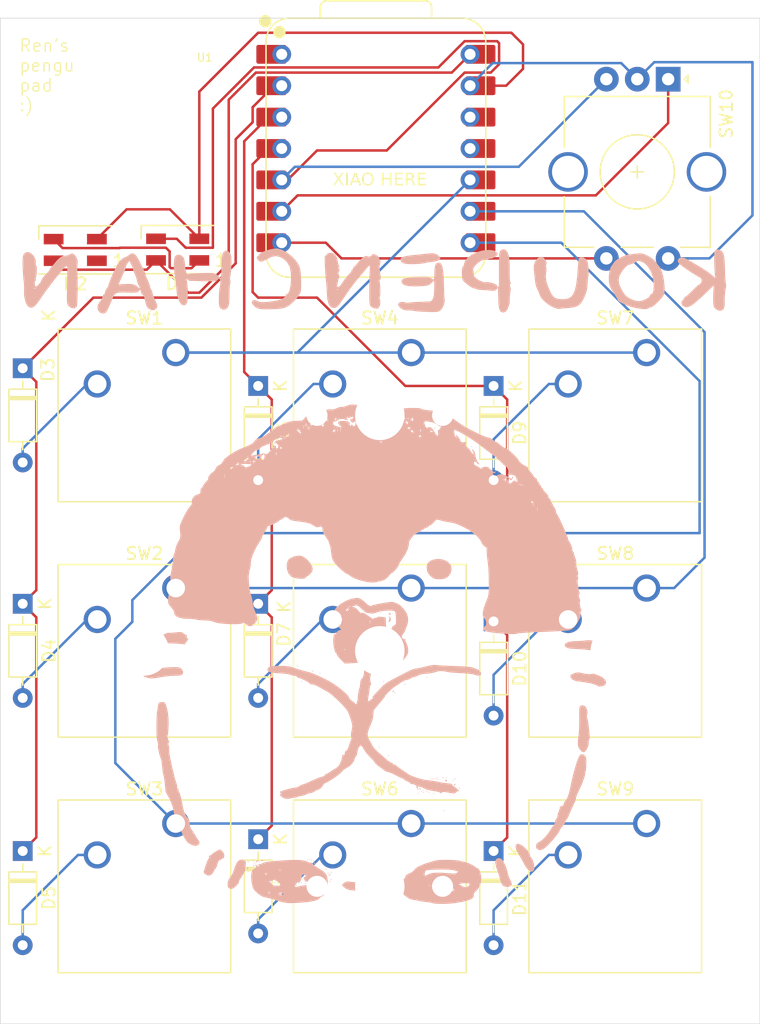
<source format=kicad_pcb>
(kicad_pcb (version 20240108) (generator "pcbnew") (generator_version "8.0")
  (layers (0 "F.Cu" signal) (31 "B.Cu" signal) (34 "B.Paste" user) (35 "F.Paste" user) (36 "B.SilkS" user "B.Silkscreen") (37 "F.SilkS" user "F.Silkscreen") (38 "B.Mask" user) (39 "F.Mask" user) (44 "Edge.Cuts" user))
  (net 0 "")
  (net 1 "GND")
  (net 2 "Net-(D1-DOUT)")
  (net 3 "+5V")
  (net 4 "Net-(D1-DIN)")
  (net 6 "Net-(D3-K)")
  (net 7 "Net-(D3-A)")
  (net 8 "Net-(D4-A)")
  (net 9 "Net-(D5-A)")
  (net 10 "Net-(D6-K)")
  (net 11 "Net-(D6-A)")
  (net 12 "Net-(D7-A)")
  (net 13 "Net-(D8-A)")
  (net 14 "Net-(D9-A)")
  (net 15 "Net-(D10-K)")
  (net 16 "Net-(D10-A)")
  (net 17 "Net-(D11-A)")
  (net 18 "Net-(U1-GPIO4{slash}MISO)")
  (net 19 "Net-(U1-GPIO2{slash}SCK)")
  (net 20 "Net-(U1-GPIO1{slash}RX)")
  (net 21 "Net-(U1-GPIO7{slash}SCL)")
  (net 22 "Net-(U1-GPIO0{slash}TX)")
  (net 23 "unconnected-(U1-3V3-Pad12)")
  (footprint "Diode_THT:D_DO-35_SOD27_P7.62mm_Horizontal" (layer "F.Cu") (at 114.3 128.555634 -90)
    (property "Reference" "D5" (at 3.81 -2.12 90) (layer "F.SilkS"))
    (property "Value" "D")
    (fp_text user "K" (at 0 -1.8 90) (layer "F.SilkS"))
    (pad "1" thru_hole rect (at 0 0 270) (size 1.6 1.6) (drill 0.8) (layers "*.Cu" "*.Mask") (net 6 "Net-(D3-K)"))
    (pad "2" thru_hole oval (at 7.62 0 270) (size 1.6 1.6) (drill 0.8) (layers "*.Cu" "*.Mask") (net 9 "Net-(D5-A)"))
  )
  (footprint "Diode_THT:D_DO-35_SOD27_P7.62mm_Horizontal" (layer "F.Cu") (at 114.3 89.503134 -90)
    (property "Reference" "D3" (at 0.128945 -2.043298 90) (layer "F.SilkS"))
    (property "Value" "D")
    (fp_text user "K" (at -4.28625 -2.1175 90) (layer "F.SilkS"))
    (pad "1" thru_hole rect (at 0 0 270) (size 1.6 1.6) (drill 0.8) (layers "*.Cu" "*.Mask") (net 6 "Net-(D3-K)"))
    (pad "2" thru_hole oval (at 7.62 0 270) (size 1.6 1.6) (drill 0.8) (layers "*.Cu" "*.Mask") (net 7 "Net-(D3-A)"))
  )
  (footprint "Rotary_Encoder:RotaryEncoder_Alps_EC11E-Switch_Vertical_H20mm_CircularMountingHoles" (layer "F.Cu") (at 166.524655 66.113421 -90)
    (property "Reference" "SW10" (at 2.8 -4.7 90) (layer "F.SilkS"))
    (property "Value" "RotaryEncoder_Switch")
    (pad "A" thru_hole rect (at 0 0 270) (size 2 2) (drill 1) (layers "*.Cu" "*.Mask") (net 21 "Net-(U1-GPIO7{slash}SCL)"))
    (pad "B" thru_hole circle (at 0 5 270) (size 2 2) (drill 1) (layers "*.Cu" "*.Mask") (net 4 "Net-(D1-DIN)"))
    (pad "C" thru_hole circle (at 0 2.5 270) (size 2 2) (drill 1) (layers "*.Cu" "*.Mask") (net 1 "GND"))
    (pad "MP" thru_hole circle (at 7.5 -3.1 270) (size 3.2 3.2) (drill 2.6) (layers "*.Cu" "*.Mask"))
    (pad "MP" thru_hole circle (at 7.5 8.1 270) (size 3.2 3.2) (drill 2.6) (layers "*.Cu" "*.Mask"))
    (pad "S1" thru_hole circle (at 14.5 5 270) (size 2 2) (drill 1) (layers "*.Cu" "*.Mask") (net 22 "Net-(U1-GPIO0{slash}TX)"))
    (pad "S2" thru_hole circle (at 14.5 0 270) (size 2 2) (drill 1) (layers "*.Cu" "*.Mask") (net 1 "GND"))
  )
  (footprint "Button_Switch_Keyboard:SW_Cherry_MX_1.00u_PCB" (layer "F.Cu") (at 164.7825 107.283134)
    (property "Reference" "SW8" (at -2.54 -2.794 0) (layer "F.SilkS"))
    (property "Value" "SW_Push")
    (pad "" np_thru_hole circle (at -7.62 5.08) (size 1.7 1.7) (drill 1.7) (layers "*.Cu" "*.Mask"))
    (pad "" np_thru_hole circle (at -2.54 5.08) (size 4 4) (drill 4) (layers "*.Cu" "*.Mask"))
    (pad "" np_thru_hole circle (at 2.54 5.08) (size 1.7 1.7) (drill 1.7) (layers "*.Cu" "*.Mask"))
    (pad "1" thru_hole circle (at 0 0) (size 2.2 2.2) (drill 1.5) (layers "*.Cu" "*.Mask") (net 19 "Net-(U1-GPIO2{slash}SCK)"))
    (pad "2" thru_hole circle (at -6.35 2.54) (size 2.2 2.2) (drill 1.5) (layers "*.Cu" "*.Mask") (net 16 "Net-(D10-A)"))
  )
  (footprint "OPL:XIAO-RP2040-DIP" (layer "F.Cu") (at 142.875 71.723134)
    (property "Reference" "U1" (at -13.844022 -7.358818 0) (layer "F.SilkS") (effects (font (size 0.635 0.635) (thickness 0.1016))))
    (property "Value" "XIAO-RP2040-DIP")
    (pad "1" smd roundrect (at -8.455 -7.62 180) (size 2.432 1.524) (layers "F.Cu" "F.Mask") (roundrect_rratio 0.1))
    (pad "1" thru_hole circle (at -7.62 -7.62 180) (size 1.524 1.524) (drill 0.889) (layers "*.Cu" "*.Mask"))
    (pad "2" smd roundrect (at -8.455 -5.08 180) (size 2.432 1.524) (layers "F.Cu" "F.Mask") (roundrect_rratio 0.1) (net 6 "Net-(D3-K)"))
    (pad "2" thru_hole circle (at -7.62 -5.08 180) (size 1.524 1.524) (drill 0.889) (layers "*.Cu" "*.Mask") (net 6 "Net-(D3-K)"))
    (pad "3" smd roundrect (at -8.455 -2.54 180) (size 2.432 1.524) (layers "F.Cu" "F.Mask") (roundrect_rratio 0.1) (net 10 "Net-(D6-K)"))
    (pad "3" thru_hole circle (at -7.62 -2.54 180) (size 1.524 1.524) (drill 0.889) (layers "*.Cu" "*.Mask") (net 10 "Net-(D6-K)"))
    (pad "4" smd roundrect (at -8.455 0 180) (size 2.432 1.524) (layers "F.Cu" "F.Mask") (roundrect_rratio 0.1) (net 15 "Net-(D10-K)"))
    (pad "4" thru_hole circle (at -7.62 0 180) (size 1.524 1.524) (drill 0.889) (layers "*.Cu" "*.Mask") (net 15 "Net-(D10-K)"))
    (pad "5" smd roundrect (at -8.455 2.54 180) (size 2.432 1.524) (layers "F.Cu" "F.Mask") (roundrect_rratio 0.1) (net 4 "Net-(D1-DIN)"))
    (pad "5" thru_hole circle (at -7.62 2.54 180) (size 1.524 1.524) (drill 0.889) (layers "*.Cu" "*.Mask") (net 4 "Net-(D1-DIN)"))
    (pad "6" smd roundrect (at -8.455 5.08 180) (size 2.432 1.524) (layers "F.Cu" "F.Mask") (roundrect_rratio 0.1) (net 21 "Net-(U1-GPIO7{slash}SCL)"))
    (pad "6" thru_hole circle (at -7.62 5.08 180) (size 1.524 1.524) (drill 0.889) (layers "*.Cu" "*.Mask") (net 21 "Net-(U1-GPIO7{slash}SCL)"))
    (pad "7" smd roundrect (at -8.455 7.62 180) (size 2.432 1.524) (layers "F.Cu" "F.Mask") (roundrect_rratio 0.1) (net 22 "Net-(U1-GPIO0{slash}TX)"))
    (pad "7" thru_hole circle (at -7.62 7.62 180) (size 1.524 1.524) (drill 0.889) (layers "*.Cu" "*.Mask") (net 22 "Net-(U1-GPIO0{slash}TX)"))
    (pad "8" thru_hole circle (at 7.62 7.62) (size 1.524 1.524) (drill 0.889) (layers "*.Cu" "*.Mask") (net 20 "Net-(U1-GPIO1{slash}RX)"))
    (pad "8" smd roundrect (at 8.455 7.62) (size 2.432 1.524) (layers "F.Cu" "F.Mask") (roundrect_rratio 0.1) (net 20 "Net-(U1-GPIO1{slash}RX)"))
    (pad "9" thru_hole circle (at 7.62 5.08) (size 1.524 1.524) (drill 0.889) (layers "*.Cu" "*.Mask") (net 19 "Net-(U1-GPIO2{slash}SCK)"))
    (pad "9" smd roundrect (at 8.455 5.08) (size 2.432 1.524) (layers "F.Cu" "F.Mask") (roundrect_rratio 0.1) (net 19 "Net-(U1-GPIO2{slash}SCK)"))
    (pad "10" thru_hole circle (at 7.62 2.54) (size 1.524 1.524) (drill 0.889) (layers "*.Cu" "*.Mask") (net 18 "Net-(U1-GPIO4{slash}MISO)"))
    (pad "10" smd roundrect (at 8.455 2.54) (size 2.432 1.524) (layers "F.Cu" "F.Mask") (roundrect_rratio 0.1) (net 18 "Net-(U1-GPIO4{slash}MISO)"))
    (pad "11" thru_hole circle (at 7.62 0) (size 1.524 1.524) (drill 0.889) (layers "*.Cu" "*.Mask"))
    (pad "11" smd roundrect (at 8.455 0) (size 2.432 1.524) (layers "F.Cu" "F.Mask") (roundrect_rratio 0.1))
    (pad "12" thru_hole circle (at 7.62 -2.54) (size 1.524 1.524) (drill 0.889) (layers "*.Cu" "*.Mask") (net 23 "unconnected-(U1-3V3-Pad12)"))
    (pad "12" smd roundrect (at 8.455 -2.54) (size 2.432 1.524) (layers "F.Cu" "F.Mask") (roundrect_rratio 0.1) (net 23 "unconnected-(U1-3V3-Pad12)"))
    (pad "13" thru_hole circle (at 7.62 -5.08) (size 1.524 1.524) (drill 0.889) (layers "*.Cu" "*.Mask") (net 1 "GND"))
    (pad "13" smd roundrect (at 8.455 -5.08) (size 2.432 1.524) (layers "F.Cu" "F.Mask") (roundrect_rratio 0.1) (net 1 "GND"))
    (pad "14" thru_hole circle (at 7.62 -7.62) (size 1.524 1.524) (drill 0.889) (layers "*.Cu" "*.Mask") (net 3 "+5V"))
    (pad "14" smd roundrect (at 8.455 -7.62) (size 2.432 1.524) (layers "F.Cu" "F.Mask") (roundrect_rratio 0.1) (net 3 "+5V"))
  )
  (footprint "Button_Switch_Keyboard:SW_Cherry_MX_1.00u_PCB" (layer "F.Cu") (at 126.6825 88.233134)
    (property "Reference" "SW1" (at -2.54 -2.794 0) (layer "F.SilkS"))
    (property "Value" "SW_Push")
    (pad "" np_thru_hole circle (at -7.62 5.08) (size 1.7 1.7) (drill 1.7) (layers "*.Cu" "*.Mask"))
    (pad "" np_thru_hole circle (at -2.54 5.08) (size 4 4) (drill 4) (layers "*.Cu" "*.Mask"))
    (pad "" np_thru_hole circle (at 2.54 5.08) (size 1.7 1.7) (drill 1.7) (layers "*.Cu" "*.Mask"))
    (pad "1" thru_hole circle (at 0 0) (size 2.2 2.2) (drill 1.5) (layers "*.Cu" "*.Mask") (net 18 "Net-(U1-GPIO4{slash}MISO)"))
    (pad "2" thru_hole circle (at -6.35 2.54) (size 2.2 2.2) (drill 1.5) (layers "*.Cu" "*.Mask") (net 7 "Net-(D3-A)"))
  )
  (footprint "Diode_THT:D_DO-35_SOD27_P7.62mm_Horizontal" (layer "F.Cu") (at 152.4 128.555634 -90)
    (property "Reference" "D11" (at 3.81 -2.12 90) (layer "F.SilkS"))
    (property "Value" "D")
    (fp_text user "K" (at 0 -1.8 90) (layer "F.SilkS"))
    (pad "1" thru_hole rect (at 0 0 270) (size 1.6 1.6) (drill 0.8) (layers "*.Cu" "*.Mask") (net 15 "Net-(D10-K)"))
    (pad "2" thru_hole oval (at 7.62 0 270) (size 1.6 1.6) (drill 0.8) (layers "*.Cu" "*.Mask") (net 17 "Net-(D11-A)"))
  )
  (footprint "Diode_THT:D_DO-35_SOD27_P7.62mm_Horizontal" (layer "F.Cu") (at 152.4 109.981884 -90)
    (property "Reference" "D10" (at 3.81 -2.12 90) (layer "F.SilkS"))
    (property "Value" "D")
    (fp_text user "K" (at 0 -1.8 90) (layer "F.SilkS"))
    (pad "1" thru_hole rect (at 0 0 270) (size 1.6 1.6) (drill 0.8) (layers "*.Cu" "*.Mask") (net 15 "Net-(D10-K)"))
    (pad "2" thru_hole oval (at 7.62 0 270) (size 1.6 1.6) (drill 0.8) (layers "*.Cu" "*.Mask") (net 16 "Net-(D10-A)"))
  )
  (footprint "Button_Switch_Keyboard:SW_Cherry_MX_1.00u_PCB" (layer "F.Cu") (at 126.6825 126.333134)
    (property "Reference" "SW3" (at -2.54 -2.794 0) (layer "F.SilkS"))
    (property "Value" "SW_Push")
    (pad "" np_thru_hole circle (at -7.62 5.08) (size 1.7 1.7) (drill 1.7) (layers "*.Cu" "*.Mask"))
    (pad "" np_thru_hole circle (at -2.54 5.08) (size 4 4) (drill 4) (layers "*.Cu" "*.Mask"))
    (pad "" np_thru_hole circle (at 2.54 5.08) (size 1.7 1.7) (drill 1.7) (layers "*.Cu" "*.Mask"))
    (pad "1" thru_hole circle (at 0 0) (size 2.2 2.2) (drill 1.5) (layers "*.Cu" "*.Mask") (net 20 "Net-(U1-GPIO1{slash}RX)"))
    (pad "2" thru_hole circle (at -6.35 2.54) (size 2.2 2.2) (drill 1.5) (layers "*.Cu" "*.Mask") (net 9 "Net-(D5-A)"))
  )
  (footprint "Diode_THT:D_DO-35_SOD27_P7.62mm_Horizontal" (layer "F.Cu") (at 133.35 108.553134 -90)
    (property "Reference" "D7" (at 2.4873 -2.085923 90) (layer "F.SilkS"))
    (property "Value" "D")
    (fp_text user "K" (at 0.243301 -2.099441 90) (layer "F.SilkS"))
    (pad "1" thru_hole rect (at 0 0 270) (size 1.6 1.6) (drill 0.8) (layers "*.Cu" "*.Mask") (net 10 "Net-(D6-K)"))
    (pad "2" thru_hole oval (at 7.62 0 270) (size 1.6 1.6) (drill 0.8) (layers "*.Cu" "*.Mask") (net 12 "Net-(D7-A)"))
  )
  (footprint "LED_SMD:LED_SK6812MINI_PLCC4_3.5x3.5mm_P1.75mm" (layer "F.Cu") (at 118.550884 79.927203 180)
    (property "Reference" "D2" (at 0 -2.75 360) (layer "F.SilkS"))
    (property "Value" "SK6812MINI")
    (fp_text user "1" (at -3.5 -0.875 360) (layer "F.SilkS"))
    (pad "1" smd rect (at -1.75 -0.875 180) (size 1.6 0.85) (layers "F.Cu" "F.Paste" "F.Mask"))
    (pad "2" smd rect (at -1.75 0.875 180) (size 1.6 0.85) (layers "F.Cu" "F.Paste" "F.Mask") (net 1 "GND"))
    (pad "3" smd rect (at 1.75 0.875 180) (size 1.6 0.85) (layers "F.Cu" "F.Paste" "F.Mask") (net 2 "Net-(D1-DOUT)"))
    (pad "4" smd rect (at 1.75 -0.875 180) (size 1.6 0.85) (layers "F.Cu" "F.Paste" "F.Mask") (net 3 "+5V"))
  )
  (footprint "Button_Switch_Keyboard:SW_Cherry_MX_1.00u_PCB" (layer "F.Cu") (at 126.6825 107.283134)
    (property "Reference" "SW2" (at -2.54 -2.794 0) (layer "F.SilkS"))
    (property "Value" "SW_Push")
    (pad "" np_thru_hole circle (at -7.62 5.08) (size 1.7 1.7) (drill 1.7) (layers "*.Cu" "*.Mask"))
    (pad "" np_thru_hole circle (at -2.54 5.08) (size 4 4) (drill 4) (layers "*.Cu" "*.Mask"))
    (pad "" np_thru_hole circle (at 2.54 5.08) (size 1.7 1.7) (drill 1.7) (layers "*.Cu" "*.Mask"))
    (pad "1" thru_hole circle (at 0 0) (size 2.2 2.2) (drill 1.5) (layers "*.Cu" "*.Mask") (net 19 "Net-(U1-GPIO2{slash}SCK)"))
    (pad "2" thru_hole circle (at -6.35 2.54) (size 2.2 2.2) (drill 1.5) (layers "*.Cu" "*.Mask") (net 8 "Net-(D4-A)"))
  )
  (footprint "Button_Switch_Keyboard:SW_Cherry_MX_1.00u_PCB" (layer "F.Cu") (at 145.7325 126.333134)
    (property "Reference" "SW6" (at -2.54 -2.794 0) (layer "F.SilkS"))
    (property "Value" "SW_Push")
    (pad "" np_thru_hole circle (at -7.62 5.08) (size 1.7 1.7) (drill 1.7) (layers "*.Cu" "*.Mask"))
    (pad "" np_thru_hole circle (at -2.54 5.08) (size 4 4) (drill 4) (layers "*.Cu" "*.Mask"))
    (pad "" np_thru_hole circle (at 2.54 5.08) (size 1.7 1.7) (drill 1.7) (layers "*.Cu" "*.Mask"))
    (pad "1" thru_hole circle (at 0 0) (size 2.2 2.2) (drill 1.5) (layers "*.Cu" "*.Mask") (net 20 "Net-(U1-GPIO1{slash}RX)"))
    (pad "2" thru_hole circle (at -6.35 2.54) (size 2.2 2.2) (drill 1.5) (layers "*.Cu" "*.Mask") (net 13 "Net-(D8-A)"))
  )
  (footprint "Diode_THT:D_DO-35_SOD27_P7.62mm_Horizontal" (layer "F.Cu") (at 133.35 90.931884 -90)
    (property "Reference" "D6" (at 3.81 -2.12 90) (layer "F.SilkS"))
    (property "Value" "D")
    (fp_text user "K" (at 0 -1.8 90) (layer "F.SilkS"))
    (pad "1" thru_hole rect (at 0 0 270) (size 1.6 1.6) (drill 0.8) (layers "*.Cu" "*.Mask") (net 10 "Net-(D6-K)"))
    (pad "2" thru_hole oval (at 7.62 0 270) (size 1.6 1.6) (drill 0.8) (layers "*.Cu" "*.Mask") (net 11 "Net-(D6-A)"))
  )
  (footprint "Button_Switch_Keyboard:SW_Cherry_MX_1.00u_PCB" (layer "F.Cu") (at 145.7325 88.233134)
    (property "Reference" "SW4" (at -2.54 -2.794 0) (layer "F.SilkS"))
    (property "Value" "SW_Push")
    (pad "" np_thru_hole circle (at -7.62 5.08) (size 1.7 1.7) (drill 1.7) (layers "*.Cu" "*.Mask"))
    (pad "" np_thru_hole circle (at -2.54 5.08) (size 4 4) (drill 4) (layers "*.Cu" "*.Mask"))
    (pad "" np_thru_hole circle (at 2.54 5.08) (size 1.7 1.7) (drill 1.7) (layers "*.Cu" "*.Mask"))
    (pad "1" thru_hole circle (at 0 0) (size 2.2 2.2) (drill 1.5) (layers "*.Cu" "*.Mask") (net 18 "Net-(U1-GPIO4{slash}MISO)"))
    (pad "2" thru_hole circle (at -6.35 2.54) (size 2.2 2.2) (drill 1.5) (layers "*.Cu" "*.Mask") (net 11 "Net-(D6-A)"))
  )
  (footprint "Button_Switch_Keyboard:SW_Cherry_MX_1.00u_PCB" (layer "F.Cu") (at 164.7825 126.333134)
    (property "Reference" "SW9" (at -2.54 -2.794 0) (layer "F.SilkS"))
    (property "Value" "SW_Push")
    (pad "" np_thru_hole circle (at -7.62 5.08) (size 1.7 1.7) (drill 1.7) (layers "*.Cu" "*.Mask"))
    (pad "" np_thru_hole circle (at -2.54 5.08) (size 4 4) (drill 4) (layers "*.Cu" "*.Mask"))
    (pad "" np_thru_hole circle (at 2.54 5.08) (size 1.7 1.7) (drill 1.7) (layers "*.Cu" "*.Mask"))
    (pad "1" thru_hole circle (at 0 0) (size 2.2 2.2) (drill 1.5) (layers "*.Cu" "*.Mask") (net 20 "Net-(U1-GPIO1{slash}RX)"))
    (pad "2" thru_hole circle (at -6.35 2.54) (size 2.2 2.2) (drill 1.5) (layers "*.Cu" "*.Mask") (net 17 "Net-(D11-A)"))
  )
  (footprint "Button_Switch_Keyboard:SW_Cherry_MX_1.00u_PCB" (layer "F.Cu") (at 145.7325 107.283134)
    (property "Reference" "SW5" (at -2.54 -2.794 0) (layer "F.SilkS"))
    (property "Value" "SW_Push")
    (pad "" np_thru_hole circle (at -7.62 5.08) (size 1.7 1.7) (drill 1.7) (layers "*.Cu" "*.Mask"))
    (pad "" np_thru_hole circle (at -2.54 5.08) (size 4 4) (drill 4) (layers "*.Cu" "*.Mask"))
    (pad "" np_thru_hole circle (at 2.54 5.08) (size 1.7 1.7) (drill 1.7) (layers "*.Cu" "*.Mask"))
    (pad "1" thru_hole circle (at 0 0) (size 2.2 2.2) (drill 1.5) (layers "*.Cu" "*.Mask") (net 19 "Net-(U1-GPIO2{slash}SCK)"))
    (pad "2" thru_hole circle (at -6.35 2.54) (size 2.2 2.2) (drill 1.5) (layers "*.Cu" "*.Mask") (net 12 "Net-(D7-A)"))
  )
  (footprint "Diode_THT:D_DO-35_SOD27_P7.62mm_Horizontal" (layer "F.Cu") (at 152.4 90.931884 -90)
    (property "Reference" "D9" (at 3.81 -2.12 90) (layer "F.SilkS"))
    (property "Value" "D")
    (fp_text user "K" (at 0 -1.8 90) (layer "F.SilkS"))
    (pad "1" thru_hole rect (at 0 0 270) (size 1.6 1.6) (drill 0.8) (layers "*.Cu" "*.Mask") (net 15 "Net-(D10-K)"))
    (pad "2" thru_hole oval (at 7.62 0 270) (size 1.6 1.6) (drill 0.8) (layers "*.Cu" "*.Mask") (net 14 "Net-(D9-A)"))
  )
  (footprint "LED_SMD:LED_SK6812MINI_PLCC4_3.5x3.5mm_P1.75mm" (layer "F.Cu") (at 126.8375 79.900634 180)
    (property "Reference" "D1" (at 0 -2.75 360) (layer "F.SilkS"))
    (property "Value" "SK6812MINI")
    (fp_text user "1" (at -3.5 -0.875 360) (layer "F.SilkS"))
    (pad "1" smd rect (at -1.75 -0.875 180) (size 1.6 0.85) (layers "F.Cu" "F.Paste" "F.Mask") (net 2 "Net-(D1-DOUT)"))
    (pad "2" smd rect (at -1.75 0.875 180) (size 1.6 0.85) (layers "F.Cu" "F.Paste" "F.Mask") (net 1 "GND"))
    (pad "3" smd rect (at 1.75 0.875 180) (size 1.6 0.85) (layers "F.Cu" "F.Paste" "F.Mask") (net 4 "Net-(D1-DIN)"))
    (pad "4" smd rect (at 1.75 -0.875 180) (size 1.6 0.85) (layers "F.Cu" "F.Paste" "F.Mask") (net 3 "+5V"))
  )
  (footprint "Diode_THT:D_DO-35_SOD27_P7.62mm_Horizontal" (layer "F.Cu") (at 114.3 108.553134 -90)
    (property "Reference" "D4" (at 3.81 -2.12 90) (layer "F.SilkS"))
    (property "Value" "D")
    (fp_text user "K" (at 0 -1.8 90) (layer "F.SilkS"))
    (pad "1" thru_hole rect (at 0 0 270) (size 1.6 1.6) (drill 0.8) (layers "*.Cu" "*.Mask") (net 6 "Net-(D3-K)"))
    (pad "2" thru_hole oval (at 7.62 0 270) (size 1.6 1.6) (drill 0.8) (layers "*.Cu" "*.Mask") (net 8 "Net-(D4-A)"))
  )
  (footprint "Button_Switch_Keyboard:SW_Cherry_MX_1.00u_PCB" (layer "F.Cu") (at 164.7825 88.233134)
    (property "Reference" "SW7" (at -2.54 -2.794 0) (layer "F.SilkS"))
    (property "Value" "SW_Push")
    (pad "" np_thru_hole circle (at -7.62 5.08) (size 1.7 1.7) (drill 1.7) (layers "*.Cu" "*.Mask"))
    (pad "" np_thru_hole circle (at -2.54 5.08) (size 4 4) (drill 4) (layers "*.Cu" "*.Mask"))
    (pad "" np_thru_hole circle (at 2.54 5.08) (size 1.7 1.7) (drill 1.7) (layers "*.Cu" "*.Mask"))
    (pad "1" thru_hole circle (at 0 0) (size 2.2 2.2) (drill 1.5) (layers "*.Cu" "*.Mask") (net 18 "Net-(U1-GPIO4{slash}MISO)"))
    (pad "2" thru_hole circle (at -6.35 2.54) (size 2.2 2.2) (drill 1.5) (layers "*.Cu" "*.Mask") (net 14 "Net-(D9-A)"))
  )
  (footprint "Diode_THT:D_DO-35_SOD27_P7.62mm_Horizontal" (layer "F.Cu") (at 133.35 127.603134 -90)
    (property "Reference" "D8" (at 3.81 -2.12 90) (layer "F.SilkS"))
    (property "Value" "D")
    (fp_text user "K" (at 0 -1.8 90) (layer "F.SilkS"))
    (pad "1" thru_hole rect (at 0 0 270) (size 1.6 1.6) (drill 0.8) (layers "*.Cu" "*.Mask") (net 10 "Net-(D6-K)"))
    (pad "2" thru_hole oval (at 7.62 0 270) (size 1.6 1.6) (drill 0.8) (layers "*.Cu" "*.Mask") (net 13 "Net-(D8-A)"))
  )
  (footprint "LOGO" (layer "B.Cu") (at 142.875 107.15625 180)
    (property "Reference" "G***" (hide yes))
    (property "Value" "LOGO" (hide yes))
  )
  (gr_rect (start 112.486819 61.175583) (end 173.944581 142.528577) (stroke (width 0.05)) (fill none) (layer "Edge.Cuts"))
  (gr_text "Ren's\npengu\npad\n:)" (at 113.95855 68.804501 0) (layer "F.SilkS") (effects (font (size 1 1) (thickness 0.1)) (justify left bottom)))
  (gr_text "XIAO HERE" (at 139.370822 74.872423 0) (layer "F.SilkS") (effects (font (size 1 1) (thickness 0.1)) (justify left bottom)))
  (segment (start 133.35 62.356884) (end 128.5875 67.119384) (width 0.2) (layer "F.Cu") (net 1))
  (segment (start 154.78125 65.276949) (end 154.78125 63.30192) (width 0.2) (layer "F.Cu") (net 1))
  (segment (start 153.836214 62.356884) (end 133.35 62.356884) (width 0.2) (layer "F.Cu") (net 1))
  (segment (start 128.5875 67.119384) (end 128.5875 79.025634) (width 0.2) (layer "F.Cu") (net 1))
  (segment (start 154.78125 63.30192) (end 153.836214 62.356884) (width 0.2) (layer "F.Cu") (net 1))
  (segment (start 122.708703 76.644384) (end 120.300884 79.052203) (width 0.2) (layer "F.Cu") (net 1))
  (segment (start 153.415065 66.643134) (end 154.78125 65.276949) (width 0.2) (layer "F.Cu") (net 1))
  (segment (start 150.495 66.643134) (end 153.415065 66.643134) (width 0.2) (layer "F.Cu") (net 1))
  (segment (start 128.5875 79.025634) (end 126.20625 76.644384) (width 0.2) (layer "F.Cu") (net 1))
  (segment (start 126.20625 76.644384) (end 122.708703 76.644384) (width 0.2) (layer "F.Cu") (net 1))
  (segment (start 173.344581 77.131053) (end 169.862213 80.613421) (width 0.2) (layer "B.Cu") (net 1))
  (segment (start 162.724655 64.813421) (end 164.024655 66.113421) (width 0.2) (layer "B.Cu") (net 1))
  (segment (start 173.344581 64.738134) (end 173.344581 77.131053) (width 0.2) (layer "B.Cu") (net 1))
  (segment (start 152.324713 64.813421) (end 162.724655 64.813421) (width 0.2) (layer "B.Cu") (net 1))
  (segment (start 150.495 66.643134) (end 152.324713 64.813421) (width 0.2) (layer "B.Cu") (net 1))
  (segment (start 169.862213 80.613421) (end 166.524655 80.613421) (width 0.2) (layer "B.Cu") (net 1))
  (segment (start 164.024655 66.113421) (end 165.399942 64.738134) (width 0.2) (layer "B.Cu") (net 1))
  (segment (start 165.399942 64.738134) (end 173.344581 64.738134) (width 0.2) (layer "B.Cu") (net 1))
  (segment (start 122.142181 79.777203) (end 117.525884 79.777203) (width 0.2) (layer "F.Cu") (net 2))
  (segment (start 127.95625 81.406884) (end 126.284436 81.406884) (width 0.2) (layer "F.Cu") (net 2))
  (segment (start 126.1875 81.309948) (end 126.1875 80.050634) (width 0.2) (layer "F.Cu") (net 2))
  (segment (start 128.5875 80.775634) (end 127.95625 81.406884) (width 0.2) (layer "F.Cu") (net 2))
  (segment (start 117.525884 79.777203) (end 116.800884 79.052203) (width 0.2) (layer "F.Cu") (net 2))
  (segment (start 125.8875 79.750634) (end 122.16875 79.750634) (width 0.2) (layer "F.Cu") (net 2))
  (segment (start 126.284436 81.406884) (end 126.1875 81.309948) (width 0.2) (layer "F.Cu") (net 2))
  (segment (start 126.1875 80.050634) (end 125.8875 79.750634) (width 0.2) (layer "F.Cu") (net 2))
  (segment (start 122.16875 79.750634) (end 122.142181 79.777203) (width 0.2) (layer "F.Cu") (net 2))
  (segment (start 127.7 83.388134) (end 125.0875 80.775634) (width 0.2) (layer "F.Cu") (net 3))
  (segment (start 117.525884 81.527203) (end 116.800884 80.802203) (width 0.2) (layer "F.Cu") (net 3))
  (segment (start 130.96875 81.006884) (end 128.5875 83.388134) (width 0.2) (layer "F.Cu") (net 3))
  (segment (start 125.0875 80.775634) (end 124.335931 81.527203) (width 0.2) (layer "F.Cu") (net 3))
  (segment (start 133.164786 65.581134) (end 130.96875 67.77717) (width 0.2) (layer "F.Cu") (net 3))
  (segment (start 149.017 65.581134) (end 133.164786 65.581134) (width 0.2) (layer "F.Cu") (net 3))
  (segment (start 128.5875 83.388134) (end 127.7 83.388134) (width 0.2) (layer "F.Cu") (net 3))
  (segment (start 150.495 64.103134) (end 149.017 65.581134) (width 0.2) (layer "F.Cu") (net 3))
  (segment (start 130.96875 67.77717) (end 130.96875 81.006884) (width 0.2) (layer "F.Cu") (net 3))
  (segment (start 124.335931 81.527203) (end 117.525884 81.527203) (width 0.2) (layer "F.Cu") (net 3))
  (segment (start 152.169214 65.581134) (end 150.055105 65.581134) (width 0.2) (layer "F.Cu") (net 4))
  (segment (start 143.754355 71.881884) (end 138.1125 71.881884) (width 0.2) (layer "F.Cu") (net 4))
  (segment (start 150.055105 63.041134) (end 152.68425 63.041134) (width 0.2) (layer "F.Cu") (net 4))
  (segment (start 129.6875 79.750634) (end 129.6875 68.492734) (width 0.2) (layer "F.Cu") (net 4))
  (segment (start 147.931105 65.165134) (end 150.055105 63.041134) (width 0.2) (layer "F.Cu") (net 4))
  (segment (start 152.846 64.904348) (end 152.169214 65.581134) (width 0.2) (layer "F.Cu") (net 4))
  (segment (start 150.055105 65.581134) (end 143.754355 71.881884) (width 0.2) (layer "F.Cu") (net 4))
  (segment (start 126.7625 79.025634) (end 127.4875 79.750634) (width 0.2) (layer "F.Cu") (net 4))
  (segment (start 133.0151 65.165134) (end 147.931105 65.165134) (width 0.2) (layer "F.Cu") (net 4))
  (segment (start 152.68425 63.041134) (end 152.846 63.202884) (width 0.2) (layer "F.Cu") (net 4))
  (segment (start 127.4875 79.750634) (end 129.6875 79.750634) (width 0.2) (layer "F.Cu") (net 4))
  (segment (start 152.846 63.202884) (end 152.846 64.904348) (width 0.2) (layer "F.Cu") (net 4))
  (segment (start 125.0875 79.025634) (end 126.7625 79.025634) (width 0.2) (layer "F.Cu") (net 4))
  (segment (start 138.1125 71.881884) (end 135.73125 74.263134) (width 0.2) (layer "F.Cu") (net 4))
  (segment (start 135.73125 74.263134) (end 134.42 74.263134) (width 0.2) (layer "F.Cu") (net 4))
  (segment (start 135.255 74.263134) (end 134.42 74.263134) (width 0.2) (layer "F.Cu") (net 4))
  (segment (start 129.6875 68.492734) (end 133.0151 65.165134) (width 0.2) (layer "F.Cu") (net 4))
  (segment (start 135.255 74.263134) (end 136.317 73.201134) (width 0.2) (layer "B.Cu") (net 4))
  (segment (start 136.317 73.201134) (end 154.436942 73.201134) (width 0.2) (layer "B.Cu") (net 4))
  (segment (start 154.436942 73.201134) (end 161.524655 66.113421) (width 0.2) (layer "B.Cu") (net 4))
  (segment (start 131.532914 81.008406) (end 128.753186 83.788134) (width 0.2) (layer "F.Cu") (net 6))
  (segment (start 131.532914 70.966796) (end 131.532914 81.008406) (width 0.2) (layer "F.Cu") (net 6))
  (segment (start 114.3 108.553134) (end 115.4 109.653134) (width 0.2) (layer "F.Cu") (net 6))
  (segment (start 128.753186 83.788134) (end 120.015 83.788134) (width 0.2) (layer "F.Cu") (net 6))
  (segment (start 115.4 90.603134) (end 115.4 107.453134) (width 0.2) (layer "F.Cu") (net 6))
  (segment (start 132.904 69.59571) (end 131.532914 70.966796) (width 0.2) (layer "F.Cu") (net 6))
  (segment (start 114.3 89.503134) (end 115.4 90.603134) (width 0.2) (layer "F.Cu") (net 6))
  (segment (start 134.642786 66.643134) (end 132.904 68.38192) (width 0.2) (layer "F.Cu") (net 6))
  (segment (start 132.904 68.38192) (end 132.904 69.59571) (width 0.2) (layer "F.Cu") (net 6))
  (segment (start 115.4 127.455634) (end 114.3 128.555634) (width 0.2) (layer "F.Cu") (net 6))
  (segment (start 115.4 109.653134) (end 115.4 127.455634) (width 0.2) (layer "F.Cu") (net 6))
  (segment (start 115.4 107.453134) (end 114.3 108.553134) (width 0.2) (layer "F.Cu") (net 6))
  (segment (start 120.015 83.788134) (end 114.3 89.503134) (width 0.2) (layer "F.Cu") (net 6))
  (segment (start 135.255 66.643134) (end 134.642786 66.643134) (width 0.2) (layer "F.Cu") (net 6))
  (segment (start 114.3 97.123134) (end 114.3 95.991764) (width 0.2) (layer "B.Cu") (net 7))
  (segment (start 114.3 95.991764) (end 119.51863 90.773134) (width 0.2) (layer "B.Cu") (net 7))
  (segment (start 119.51863 90.773134) (end 120.3325 90.773134) (width 0.2) (layer "B.Cu") (net 7))
  (segment (start 114.3 115.041764) (end 119.51863 109.823134) (width 0.2) (layer "B.Cu") (net 8))
  (segment (start 114.3 116.173134) (end 114.3 115.041764) (width 0.2) (layer "B.Cu") (net 8))
  (segment (start 119.51863 109.823134) (end 120.3325 109.823134) (width 0.2) (layer "B.Cu") (net 8))
  (segment (start 118.776866 128.873134) (end 120.3325 128.873134) (width 0.2) (layer "B.Cu") (net 9))
  (segment (start 114.3 133.35) (end 118.776866 128.873134) (width 0.2) (layer "B.Cu") (net 9))
  (segment (start 114.3 136.175634) (end 114.3 133.35) (width 0.2) (layer "B.Cu") (net 9))
  (segment (start 133.35 90.931884) (end 134.45 92.031884) (width 0.2) (layer "F.Cu") (net 10))
  (segment (start 134.17737 69.183134) (end 132.222336 71.138168) (width 0.2) (layer "F.Cu") (net 10))
  (segment (start 134.45 92.031884) (end 134.45 107.453134) (width 0.2) (layer "F.Cu") (net 10))
  (segment (start 134.45 107.453134) (end 133.35 108.553134) (width 0.2) (layer "F.Cu") (net 10))
  (segment (start 133.35 108.553134) (end 134.45 109.653134) (width 0.2) (layer "F.Cu") (net 10))
  (segment (start 132.222336 71.138168) (end 132.222336 89.80422) (width 0.2) (layer "F.Cu") (net 10))
  (segment (start 132.222336 89.80422) (end 133.35 90.931884) (width 0.2) (layer "F.Cu") (net 10))
  (segment (start 135.255 69.183134) (end 134.17737 69.183134) (width 0.2) (layer "F.Cu") (net 10))
  (segment (start 134.45 126.503134) (end 133.35 127.603134) (width 0.2) (layer "F.Cu") (net 10))
  (segment (start 134.45 109.653134) (end 134.45 126.503134) (width 0.2) (layer "F.Cu") (net 10))
  (segment (start 133.35 98.551884) (end 133.35 95.25) (width 0.2) (layer "B.Cu") (net 11))
  (segment (start 133.35 95.25) (end 137.826866 90.773134) (width 0.2) (layer "B.Cu") (net 11))
  (segment (start 137.826866 90.773134) (end 139.3825 90.773134) (width 0.2) (layer "B.Cu") (net 11))
  (segment (start 133.35 115.041764) (end 138.56863 109.823134) (width 0.2) (layer "B.Cu") (net 12))
  (segment (start 138.56863 109.823134) (end 139.3825 109.823134) (width 0.2) (layer "B.Cu") (net 12))
  (segment (start 133.35 116.173134) (end 133.35 115.041764) (width 0.2) (layer "B.Cu") (net 12))
  (segment (start 133.35 135.223134) (end 133.35 134.091764) (width 0.2) (layer "B.Cu") (net 13))
  (segment (start 133.35 134.091764) (end 138.56863 128.873134) (width 0.2) (layer "B.Cu") (net 13))
  (segment (start 138.56863 128.873134) (end 139.3825 128.873134) (width 0.2) (layer "B.Cu") (net 13))
  (segment (start 156.876866 90.773134) (end 158.4325 90.773134) (width 0.2) (layer "B.Cu") (net 14))
  (segment (start 152.4 95.25) (end 156.876866 90.773134) (width 0.2) (layer "B.Cu") (net 14))
  (segment (start 152.4 98.551884) (end 152.4 95.25) (width 0.2) (layer "B.Cu") (net 14))
  (segment (start 153.5 92.031884) (end 153.5 108.881884) (width 0.2) (layer "F.Cu") (net 15))
  (segment (start 152.4 90.931884) (end 153.5 92.031884) (width 0.2) (layer "F.Cu") (net 15))
  (segment (start 152.4 109.981884) (end 153.5 111.081884) (width 0.2) (layer "F.Cu") (net 15))
  (segment (start 153.5 111.081884) (end 153.5 127.455634) (width 0.2) (layer "F.Cu") (net 15))
  (segment (start 153.5 108.881884) (end 152.4 109.981884) (width 0.2) (layer "F.Cu") (net 15))
  (segment (start 145.25625 90.931884) (end 152.4 90.931884) (width 0.2) (layer "F.Cu") (net 15))
  (segment (start 132.904 72.996504) (end 132.904 83.342134) (width 0.2) (layer "F.Cu") (net 15))
  (segment (start 135.255 71.723134) (end 134.17737 71.723134) (width 0.2) (layer "F.Cu") (net 15))
  (segment (start 153.5 127.455634) (end 152.4 128.555634) (width 0.2) (layer "F.Cu") (net 15))
  (segment (start 133.35 83.788134) (end 138.1125 83.788134) (width 0.2) (layer "F.Cu") (net 15))
  (segment (start 138.1125 83.788134) (end 145.25625 90.931884) (width 0.2) (layer "F.Cu") (net 15))
  (segment (start 134.17737 71.723134) (end 132.904 72.996504) (width 0.2) (layer "F.Cu") (net 15))
  (segment (start 132.904 83.342134) (end 133.35 83.788134) (width 0.2) (layer "F.Cu") (net 15))
  (segment (start 156.876866 109.823134) (end 158.4325 109.823134) (width 0.2) (layer "B.Cu") (net 16))
  (segment (start 152.4 114.3) (end 156.876866 109.823134) (width 0.2) (layer "B.Cu") (net 16))
  (segment (start 152.4 117.601884) (end 152.4 114.3) (width 0.2) (layer "B.Cu") (net 16))
  (segment (start 156.876866 128.873134) (end 158.4325 128.873134) (width 0.2) (layer "B.Cu") (net 17))
  (segment (start 152.4 133.35) (end 156.876866 128.873134) (width 0.2) (layer "B.Cu") (net 17))
  (segment (start 152.4 136.175634) (end 152.4 133.35) (width 0.2) (layer "B.Cu") (net 17))
  (segment (start 150.495 74.263134) (end 136.525 88.233134) (width 0.2) (layer "B.Cu") (net 18))
  (segment (start 145.7325 88.233134) (end 164.7825 88.233134) (width 0.2) (layer "B.Cu") (net 18))
  (segment (start 126.6825 88.233134) (end 145.7325 88.233134) (width 0.2) (layer "B.Cu") (net 18))
  (segment (start 136.525 88.233134) (end 126.6825 88.233134) (width 0.2) (layer "B.Cu") (net 18))
  (segment (start 164.7825 107.283134) (end 145.7325 107.283134) (width 0.2) (layer "B.Cu") (net 19))
  (segment (start 150.495 76.803134) (end 159.7025 76.803134) (width 0.2) (layer "B.Cu") (net 19))
  (segment (start 169.46875 104.819384) (end 167.005 107.283134) (width 0.2) (layer "B.Cu") (net 19))
  (segment (start 167.005 107.283134) (end 164.7825 107.283134) (width 0.2) (layer "B.Cu") (net 19))
  (segment (start 169.46875 86.569384) (end 169.46875 104.819384) (width 0.2) (layer "B.Cu") (net 19))
  (segment (start 145.7325 107.283134) (end 126.6825 107.283134) (width 0.2) (layer "B.Cu") (net 19))
  (segment (start 159.7025 76.803134) (end 169.46875 86.569384) (width 0.2) (layer "B.Cu") (net 19))
  (segment (start 126.6825 126.333134) (end 145.7325 126.333134) (width 0.2) (layer "B.Cu") (net 20))
  (segment (start 145.7325 126.333134) (end 164.7825 126.333134) (width 0.2) (layer "B.Cu") (net 20))
  (segment (start 121.7925 121.443134) (end 126.6825 126.333134) (width 0.2) (layer "B.Cu") (net 20))
  (segment (start 123.169098 110.013134) (end 121.7925 111.389732) (width 0.2) (layer "B.Cu") (net 20))
  (segment (start 169.06875 102.838134) (end 128.5875 102.838134) (width 0.2) (layer "B.Cu") (net 20))
  (segment (start 157.872399 79.343134) (end 169.06875 90.539485) (width 0.2) (layer "B.Cu") (net 20))
  (segment (start 123.169098 108.256536) (end 123.169098 110.013134) (width 0.2) (layer "B.Cu") (net 20))
  (segment (start 128.5875 102.838134) (end 123.169098 108.256536) (width 0.2) (layer "B.Cu") (net 20))
  (segment (start 121.7925 111.389732) (end 121.7925 121.443134) (width 0.2) (layer "B.Cu") (net 20))
  (segment (start 169.06875 90.539485) (end 169.06875 102.838134) (width 0.2) (layer "B.Cu") (net 20))
  (segment (start 150.495 79.343134) (end 157.872399 79.343134) (width 0.2) (layer "B.Cu") (net 20))
  (segment (start 136.544713 75.513421) (end 160.674713 75.513421) (width 0.2) (layer "F.Cu") (net 21))
  (segment (start 166.524655 69.663479) (end 166.524655 66.113421) (width 0.2) (layer "F.Cu") (net 21))
  (segment (start 135.255 76.803134) (end 136.544713 75.513421) (width 0.2) (layer "F.Cu") (net 21))
  (segment (start 160.674713 75.513421) (end 166.524655 69.663479) (width 0.2) (layer "F.Cu") (net 21))
  (segment (start 135.255 79.343134) (end 138.822399 79.343134) (width 0.2) (layer "F.Cu") (net 22))
  (segment (start 138.822399 79.343134) (end 140.092686 80.613421) (width 0.2) (layer "F.Cu") (net 22))
  (segment (start 140.092686 80.613421) (end 161.524655 80.613421) (width 0.2) (layer "F.Cu") (net 22))
  (segment (start 150.495 69.183134) (end 151.33 69.183134) (width 0.2) (layer "F.Cu") (net 23))
)
</source>
